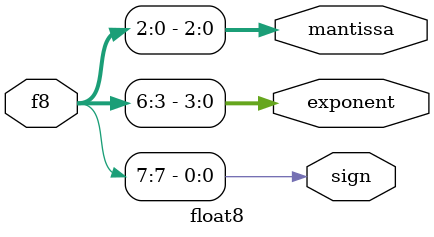
<source format=v>
module float8(
    input [7:0] f8,
    output reg sign,
    output reg [3:0] exponent,
    output reg [2:0] mantissa
);

    always @(*) begin
        sign = f8[7];
        exponent = f8[6:3];
        mantissa = f8[2:0];
    end
endmodule

</source>
